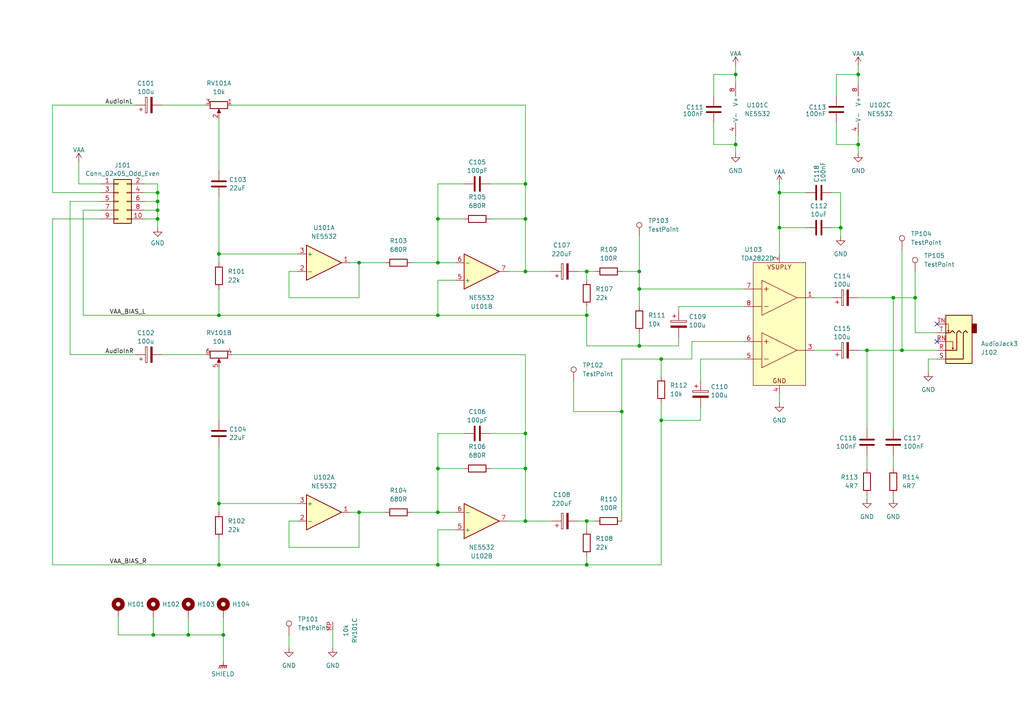
<source format=kicad_sch>
(kicad_sch (version 20250114) (generator "eeschema") (generator_version "9.0")
  (paper "A4")
  (lib_symbols
    (symbol "Amplifier_Operational:NE5532" (pin_names (offset 0.127))
      (property "Reference" "U" (at 0 5.08 0))
      (property "Value" "NE5532" (at 0 -5.08 0))
      (symbol "NE5532_1_1"
        (polyline (pts (xy -5.08 5.08) (xy 5.08 0) (xy -5.08 -5.08) (xy -5.08 5.08)) (stroke (width 0.254)) (fill (type background)))
        (pin input line (at -7.62 2.54 0) (length 2.54) (name "+") (number "3"))
        (pin input line (at -7.62 -2.54 0) (length 2.54) (name "-") (number "2"))
        (pin output line (at 7.62 0 180) (length 2.54) (name "~") (number "1"))
      )
      (symbol "NE5532_2_1"
        (polyline (pts (xy -5.08 5.08) (xy 5.08 0) (xy -5.08 -5.08) (xy -5.08 5.08)) (stroke (width 0.254)) (fill (type background)))
        (pin input line (at -7.62 2.54 0) (length 2.54) (name "+") (number "5"))
        (pin input line (at -7.62 -2.54 0) (length 2.54) (name "-") (number "6"))
        (pin output line (at 7.62 0 180) (length 2.54) (name "~") (number "7"))
      )
      (symbol "NE5532_3_1"
        (pin power_in line (at -2.54 7.62 270) (length 3.81) (name "V+") (number "8"))
        (pin power_in line (at -2.54 -7.62 90) (length 3.81) (name "V-") (number "4"))
      )
    )
    (symbol "Connector:TestPoint" (pin_numbers (hide yes)) (pin_names (offset 0.762) (hide yes))
      (property "Reference" "TP" (at 0 6.858 0))
      (property "Value" "TestPoint" (at 0 5.08 0))
      (symbol "TestPoint_0_1"
        (circle (center 0 3.302) (radius 0.762))
      )
      (symbol "TestPoint_1_1"
        (pin passive line (at 0 0 90) (length 2.54) (name "1") (number "1"))
      )
    )
    (symbol "Connector_Audio:AudioJack3_SwitchTR"
      (property "Reference" "J" (at 0 8.89 0))
      (property "Value" "AudioJack3_SwitchTR" (at 0 6.35 0))
      (symbol "AudioJack3_SwitchTR_0_1"
        (rectangle (start -5.08 -5.08) (end -6.35 -7.62) (stroke (width 0.254)) (fill (type outline)))
        (polyline (pts (xy -1.905 -5.08) (xy -1.27 -5.715) (xy -0.635 -5.08) (xy -0.635 0) (xy 2.54 0)) (stroke (width 0.254)))
        (polyline (pts (xy 0 -5.08) (xy 0.635 -5.715) (xy 1.27 -5.08) (xy 2.54 -5.08)) (stroke (width 0.254)))
        (polyline (pts (xy 0.508 -0.254) (xy 0.762 -0.762)))
        (polyline (pts (xy 1.778 -5.334) (xy 2.032 -5.842)))
        (rectangle (start 2.54 3.81) (end -5.08 -10.16) (stroke (width 0.254)) (fill (type background)))
        (polyline (pts (xy 2.54 2.54) (xy -2.54 2.54) (xy -2.54 -5.08) (xy -3.175 -5.715) (xy -3.81 -5.08)) (stroke (width 0.254)))
        (polyline (pts (xy 2.54 -2.54) (xy 0.508 -2.54) (xy 0.508 -0.254) (xy 0.254 -0.762)))
        (polyline (pts (xy 2.54 -7.62) (xy 1.778 -7.62) (xy 1.778 -5.334) (xy 1.524 -5.842)))
      )
      (symbol "AudioJack3_SwitchTR_1_1"
        (pin passive line (at 5.08 2.54 180) (length 2.54) (name "~") (number "S"))
        (pin passive line (at 5.08 0 180) (length 2.54) (name "~") (number "R"))
        (pin passive line (at 5.08 -2.54 180) (length 2.54) (name "~") (number "RN"))
        (pin passive line (at 5.08 -5.08 180) (length 2.54) (name "~") (number "T"))
        (pin passive line (at 5.08 -7.62 180) (length 2.54) (name "~") (number "TN"))
      )
    )
    (symbol "Connector_Generic:Conn_02x05_Odd_Even" (pin_names (offset 1.016) (hide yes))
      (property "Reference" "J" (at 1.27 7.62 0))
      (property "Value" "Conn_02x05_Odd_Even" (at 1.27 -7.62 0))
      (symbol "Conn_02x05_Odd_Even_1_1"
        (rectangle (start -1.27 6.35) (end 3.81 -6.35) (stroke (width 0.254)) (fill (type background)))
        (rectangle (start -1.27 5.207) (end 0 4.953) (stroke (width 0.1524)))
        (rectangle (start -1.27 2.667) (end 0 2.413) (stroke (width 0.1524)))
        (rectangle (start -1.27 0.127) (end 0 -0.127) (stroke (width 0.1524)))
        (rectangle (start -1.27 -2.413) (end 0 -2.667) (stroke (width 0.1524)))
        (rectangle (start -1.27 -4.953) (end 0 -5.207) (stroke (width 0.1524)))
        (rectangle (start 3.81 5.207) (end 2.54 4.953) (stroke (width 0.1524)))
        (rectangle (start 3.81 2.667) (end 2.54 2.413) (stroke (width 0.1524)))
        (rectangle (start 3.81 0.127) (end 2.54 -0.127) (stroke (width 0.1524)))
        (rectangle (start 3.81 -2.413) (end 2.54 -2.667) (stroke (width 0.1524)))
        (rectangle (start 3.81 -4.953) (end 2.54 -5.207) (stroke (width 0.1524)))
        (pin passive line (at -5.08 5.08 0) (length 3.81) (name "Pin_1") (number "1"))
        (pin passive line (at -5.08 2.54 0) (length 3.81) (name "Pin_3") (number "3"))
        (pin passive line (at -5.08 0 0) (length 3.81) (name "Pin_5") (number "5"))
        (pin passive line (at -5.08 -2.54 0) (length 3.81) (name "Pin_7") (number "7"))
        (pin passive line (at -5.08 -5.08 0) (length 3.81) (name "Pin_9") (number "9"))
        (pin passive line (at 7.62 5.08 180) (length 3.81) (name "Pin_2") (number "2"))
        (pin passive line (at 7.62 2.54 180) (length 3.81) (name "Pin_4") (number "4"))
        (pin passive line (at 7.62 0 180) (length 3.81) (name "Pin_6") (number "6"))
        (pin passive line (at 7.62 -2.54 180) (length 3.81) (name "Pin_8") (number "8"))
        (pin passive line (at 7.62 -5.08 180) (length 3.81) (name "Pin_10") (number "10"))
      )
    )
    (symbol "Device:C" (pin_numbers (hide yes)) (pin_names (offset 0.254))
      (property "Reference" "C" (at 0.635 2.54 0))
      (property "Value" "C" (at 0.635 -2.54 0))
      (symbol "C_0_1"
        (polyline (pts (xy -2.032 0.762) (xy 2.032 0.762)) (stroke (width 0.508)))
        (polyline (pts (xy -2.032 -0.762) (xy 2.032 -0.762)) (stroke (width 0.508)))
      )
      (symbol "C_1_1"
        (pin passive line (at 0 3.81 270) (length 2.794) (name "~") (number "1"))
        (pin passive line (at 0 -3.81 90) (length 2.794) (name "~") (number "2"))
      )
    )
    (symbol "Device:C_Polarized" (pin_numbers (hide yes)) (pin_names (offset 0.254))
      (property "Reference" "C" (at 0.635 2.54 0))
      (property "Value" "C_Polarized" (at 0.635 -2.54 0))
      (symbol "C_Polarized_0_1"
        (rectangle (start -2.286 0.508) (end 2.286 1.016))
        (polyline (pts (xy -1.778 2.286) (xy -0.762 2.286)))
        (polyline (pts (xy -1.27 2.794) (xy -1.27 1.778)))
        (rectangle (start 2.286 -0.508) (end -2.286 -1.016) (fill (type outline)))
      )
      (symbol "C_Polarized_1_1"
        (pin passive line (at 0 3.81 270) (length 2.794) (name "~") (number "1"))
        (pin passive line (at 0 -3.81 90) (length 2.794) (name "~") (number "2"))
      )
    )
    (symbol "Device:R" (pin_numbers (hide yes)) (pin_names (offset 0))
      (property "Reference" "R" (at 2.032 0 90))
      (property "Value" "R" (at 0 0 90))
      (symbol "R_0_1"
        (rectangle (start -1.016 -2.54) (end 1.016 2.54) (stroke (width 0.254)))
      )
      (symbol "R_1_1"
        (pin passive line (at 0 3.81 270) (length 1.27) (name "~") (number "1"))
        (pin passive line (at 0 -3.81 90) (length 1.27) (name "~") (number "2"))
      )
    )
    (symbol "Mechanical:MountingHole_Pad" (pin_numbers (hide yes)) (pin_names (offset 1.016) (hide yes)) (in_bom no)
      (property "Reference" "H" (at 0 6.35 0))
      (property "Value" "MountingHole_Pad" (at 0 4.445 0))
      (symbol "MountingHole_Pad_0_1"
        (circle (center 0 1.27) (radius 1.27) (stroke (width 1.27)))
      )
      (symbol "MountingHole_Pad_1_1"
        (pin input line (at 0 -2.54 90) (length 2.54) (name "1") (number "1"))
      )
    )
    (symbol "R_Potentiometer_Dual_Separate_MP_1" (pin_names (offset 1.016) (hide yes))
      (property "Reference" "RV" (at -4.445 0 90))
      (property "Value" "R_Potentiometer_Dual_Separate_MP" (at -2.54 0 90))
      (symbol "R_Potentiometer_Dual_Separate_MP_1_1_1"
        (rectangle (start -1.016 2.54) (end 1.016 -2.54) (stroke (width 0.254)))
        (polyline (pts (xy 1.143 0) (xy 2.286 0.508) (xy 2.286 -0.508) (xy 1.143 0)) (fill (type outline)))
        (pin passive line (at 0 3.81 270) (length 1.27) (name "1") (number "1"))
        (pin passive line (at 0 -3.81 90) (length 1.27) (name "3") (number "3"))
        (pin input line (at 2.54 3.81 270) (length 2.54) (name "1") (number "1"))
        (pin passive line (at 3.81 0 180) (length 1.27) (name "2") (number "2"))
      )
      (symbol "R_Potentiometer_Dual_Separate_MP_1_2_1"
        (rectangle (start -1.016 2.54) (end 1.016 -2.54) (stroke (width 0.254)))
        (polyline (pts (xy 1.143 0) (xy 2.286 0.508) (xy 2.286 -0.508) (xy 1.143 0)) (fill (type outline)))
        (pin passive line (at 0 3.81 270) (length 1.27) (name "4") (number "4"))
        (pin passive line (at 0 -3.81 90) (length 1.27) (name "6") (number "6"))
        (pin passive line (at 3.81 0 180) (length 1.27) (name "5") (number "5"))
      )
      (symbol "R_Potentiometer_Dual_Separate_MP_1_3_1"
        (pin passive line (at 0 0 270) (length 2.54) (name "MP") (number "MP"))
      )
    )
    (symbol "Skrooter_symbols:R_Potentiometer_Dual_Separate_MP" (pin_names (offset 1.016) (hide yes))
      (property "Reference" "RV" (at -4.445 0 90))
      (property "Value" "R_Potentiometer_Dual_Separate_MP" (at -2.54 0 90))
      (symbol "R_Potentiometer_Dual_Separate_MP_1_1"
        (rectangle (start -1.016 2.54) (end 1.016 -2.54) (stroke (width 0.254)))
        (polyline (pts (xy 1.143 0) (xy 2.286 0.508) (xy 2.286 -0.508) (xy 1.143 0)) (fill (type outline)))
        (pin passive line (at 0 3.81 270) (length 1.27) (name "1") (number "1"))
        (pin passive line (at 0 -3.81 90) (length 1.27) (name "3") (number "3"))
        (pin passive line (at 3.81 0 180) (length 1.27) (name "2") (number "2"))
      )
      (symbol "R_Potentiometer_Dual_Separate_MP_2_1"
        (rectangle (start -1.016 2.54) (end 1.016 -2.54) (stroke (width 0.254)))
        (polyline (pts (xy 1.143 0) (xy 2.286 0.508) (xy 2.286 -0.508) (xy 1.143 0)) (fill (type outline)))
        (pin passive line (at 0 3.81 270) (length 1.27) (name "4") (number "4"))
        (pin passive line (at 0 -3.81 90) (length 1.27) (name "6") (number "6"))
        (pin passive line (at 3.81 0 180) (length 1.27) (name "5") (number "5"))
      )
      (symbol "R_Potentiometer_Dual_Separate_MP_3_1"
        (pin passive line (at 0 0 270) (length 2.54) (name "MP") (number "MP"))
      )
    )
    (symbol "Skrooter_symbols:SHIELD" (power) (pin_names (offset 0))
      (property "Value" "SHIELD" (at 0 -3.302 0))
      (symbol "SHIELD_0_1"
        (polyline (pts (xy -1.016 -1.27) (xy -1.27 -2.032) (xy -1.27 -2.032)) (stroke (width 0.2032)))
        (polyline (pts (xy -0.508 -1.27) (xy -0.762 -2.032) (xy -0.762 -2.032)) (stroke (width 0.2032)))
        (polyline (pts (xy 0 -1.27) (xy 0 0)))
        (polyline (pts (xy 0 -1.27) (xy -0.254 -2.032) (xy -0.254 -2.032)) (stroke (width 0.2032)))
        (polyline (pts (xy 0.508 -1.27) (xy 0.254 -2.032) (xy 0.254 -2.032)) (stroke (width 0.2032)))
        (polyline (pts (xy 1.016 -1.27) (xy -1.016 -1.27) (xy -1.016 -1.27)) (stroke (width 0.2032)))
        (polyline (pts (xy 1.016 -1.27) (xy 0.762 -2.032) (xy 0.762 -2.032) (xy 0.762 -2.032)) (stroke (width 0.2032)))
      )
      (symbol "SHIELD_1_1"
        (pin power_in line (at 0 0 270) (length 0) (hide yes) (name "SHIELD") (number "1"))
      )
    )
    (symbol "Skrooter_symbols:TDA2822D" (pin_names (hide yes))
      (property "Reference" "U" (at 10.16 10.16 0))
      (symbol "TDA2822D_1_1"
        (rectangle (start 0 7.62) (end 15.24 -27.94) (fill (type background)))
        (polyline (pts (xy 2.54 2.54) (xy 2.54 -7.62) (xy 12.7 -2.54) (xy 2.54 2.54)))
        (polyline (pts (xy 2.54 0) (xy 0 0)))
        (polyline (pts (xy 2.54 -5.08) (xy 0 -5.08)))
        (polyline (pts (xy 2.54 -12.7) (xy 2.54 -22.86) (xy 12.7 -17.78) (xy 2.54 -12.7)))
        (polyline (pts (xy 2.54 -15.24) (xy 0 -15.24)))
        (polyline (pts (xy 2.54 -20.32) (xy 0 -20.32)))
        (polyline (pts (xy 3.175 0) (xy 4.445 0)))
        (polyline (pts (xy 3.175 -5.08) (xy 4.445 -5.08)))
        (polyline (pts (xy 3.175 -15.24) (xy 4.445 -15.24)))
        (polyline (pts (xy 3.175 -20.32) (xy 4.445 -20.32)))
        (polyline (pts (xy 3.81 0.635) (xy 3.81 -0.635)))
        (polyline (pts (xy 3.81 -14.605) (xy 3.81 -15.875)))
        (polyline (pts (xy 12.7 -2.54) (xy 15.24 -2.54)))
        (polyline (pts (xy 12.7 -17.78) (xy 15.24 -17.78)))
        (text "VSUPLY" (at 7.62 6.35 0) (effects (font (size 1.27 1.27))))
        (text "GND" (at 7.62 -26.67 0) (effects (font (size 1.27 1.27))))
        (pin input line (at -2.54 0 0) (length 2.54) (name "Input1-") (number "7"))
        (pin input line (at -2.54 -5.08 0) (length 2.54) (name "Input1+") (number "8"))
        (pin input line (at -2.54 -15.24 0) (length 2.54) (name "Input2-") (number "6"))
        (pin input line (at -2.54 -20.32 0) (length 2.54) (name "Input2+") (number "5"))
        (pin power_in line (at 7.62 10.16 270) (length 2.54) (name "VCC") (number "2"))
        (pin power_in line (at 7.62 -30.48 90) (length 2.54) (name "GND") (number "4"))
        (pin output line (at 17.78 -2.54 180) (length 2.54) (name "OUTPUT1") (number "1"))
        (pin output line (at 17.78 -17.78 180) (length 2.54) (name "OUTPUT2") (number "3"))
      )
    )
    (symbol "power:GND" (power) (pin_numbers (hide yes)) (pin_names (offset 0) (hide yes))
      (property "Value" "GND" (at 0 -3.81 0))
      (symbol "GND_0_1"
        (polyline (pts (xy 0 0) (xy 0 -1.27) (xy 1.27 -1.27) (xy 0 -2.54) (xy -1.27 -1.27) (xy 0 -1.27)))
      )
      (symbol "GND_1_1"
        (pin power_in line (at 0 0 270) (length 0) (name "~") (number "1"))
      )
    )
    (symbol "power:VAA" (power) (pin_numbers (hide yes)) (pin_names (offset 0) (hide yes))
      (property "Value" "VAA" (at 0 3.556 0))
      (symbol "VAA_0_1"
        (polyline (pts (xy -0.762 1.27) (xy 0 2.54)))
        (polyline (pts (xy 0 2.54) (xy 0.762 1.27)))
        (polyline (pts (xy 0 0) (xy 0 2.54)))
      )
      (symbol "VAA_1_1"
        (pin power_in line (at 0 0 90) (length 0) (name "~") (number "1"))
      )
    )
  )
  (junction (at 152.4 63.5))
  (junction (at 185.42 78.74))
  (junction (at 44.45 184.15))
  (junction (at 265.43 86.36))
  (junction (at 191.77 121.92))
  (junction (at 191.77 104.14))
  (junction (at 226.06 55.88))
  (junction (at 63.5 73.66))
  (junction (at 127 135.89))
  (junction (at 226.06 66.04))
  (junction (at 152.4 125.73))
  (junction (at 152.4 151.13))
  (junction (at 45.72 63.5))
  (junction (at 45.72 60.96))
  (junction (at 54.61 184.15))
  (junction (at 63.5 163.83))
  (junction (at 248.92 21.59))
  (junction (at 127 148.59))
  (junction (at 127 163.83))
  (junction (at 251.46 101.6))
  (junction (at 213.36 21.59))
  (junction (at 63.5 91.44))
  (junction (at 185.42 100.33))
  (junction (at 248.92 41.91))
  (junction (at 180.34 119.38))
  (junction (at 152.4 135.89))
  (junction (at 63.5 146.05))
  (junction (at 127 63.5))
  (junction (at 104.14 148.59))
  (junction (at 127 76.2))
  (junction (at 104.14 76.2))
  (junction (at 213.36 41.91))
  (junction (at 64.77 184.15))
  (junction (at 261.62 101.6))
  (junction (at 170.18 163.83))
  (junction (at 152.4 78.74))
  (junction (at 243.84 66.04))
  (junction (at 45.72 55.88))
  (junction (at 45.72 58.42))
  (junction (at 170.18 91.44))
  (junction (at 259.08 86.36))
  (junction (at 185.42 83.82))
  (junction (at 152.4 53.34))
  (junction (at 127 91.44))
  (junction (at 170.18 151.13))
  (junction (at 170.18 78.74))
  (no_connect (at 271.78 93.98))
  (no_connect (at 271.78 99.06))
  (wire (pts (xy 104.14 158.75) (xy 104.14 148.59)))
  (wire (pts (xy 180.34 151.13) (xy 180.34 119.38)))
  (wire (pts (xy 54.61 184.15) (xy 64.77 184.15)))
  (wire (pts (xy 243.84 66.04) (xy 243.84 55.88)))
  (wire (pts (xy 207.01 27.94) (xy 207.01 21.59)))
  (wire (pts (xy 191.77 121.92) (xy 203.2 121.92)))
  (wire (pts (xy 127 148.59) (xy 132.08 148.59)))
  (wire (pts (xy 248.92 86.36) (xy 259.08 86.36)))
  (wire (pts (xy 64.77 184.15) (xy 64.77 191.77)))
  (wire (pts (xy 248.92 41.91) (xy 248.92 44.45)))
  (wire (pts (xy 46.99 30.48) (xy 59.69 30.48)))
  (wire (pts (xy 127 53.34) (xy 134.62 53.34)))
  (wire (pts (xy 203.2 104.14) (xy 203.2 110.49)))
  (wire (pts (xy 226.06 55.88) (xy 233.68 55.88)))
  (wire (pts (xy 170.18 81.28) (xy 170.18 78.74)))
  (wire (pts (xy 166.37 119.38) (xy 180.34 119.38)))
  (wire (pts (xy 185.42 78.74) (xy 185.42 83.82)))
  (wire (pts (xy 83.82 151.13) (xy 83.82 158.75)))
  (wire (pts (xy 213.36 21.59) (xy 213.36 24.13)))
  (wire (pts (xy 226.06 66.04) (xy 226.06 73.66)))
  (wire (pts (xy 142.24 135.89) (xy 152.4 135.89)))
  (wire (pts (xy 54.61 179.07) (xy 54.61 184.15)))
  (wire (pts (xy 185.42 96.52) (xy 185.42 100.33)))
  (wire (pts (xy 86.36 151.13) (xy 83.82 151.13)))
  (wire (pts (xy 242.57 21.59) (xy 248.92 21.59)))
  (wire (pts (xy 104.14 148.59) (xy 111.76 148.59)))
  (wire (pts (xy 213.36 19.05) (xy 213.36 21.59)))
  (wire (pts (xy 259.08 132.08) (xy 259.08 135.89)))
  (wire (pts (xy 170.18 151.13) (xy 172.72 151.13)))
  (wire (pts (xy 180.34 104.14) (xy 191.77 104.14)))
  (wire (pts (xy 46.99 102.87) (xy 59.69 102.87)))
  (wire (pts (xy 104.14 76.2) (xy 101.6 76.2)))
  (wire (pts (xy 44.45 184.15) (xy 54.61 184.15)))
  (wire (pts (xy 41.91 55.88) (xy 45.72 55.88)))
  (wire (pts (xy 41.91 58.42) (xy 45.72 58.42)))
  (wire (pts (xy 67.31 102.87) (xy 152.4 102.87)))
  (wire (pts (xy 15.24 163.83) (xy 63.5 163.83)))
  (wire (pts (xy 63.5 34.29) (xy 63.5 49.53)))
  (wire (pts (xy 170.18 78.74) (xy 172.72 78.74)))
  (wire (pts (xy 20.32 102.87) (xy 39.37 102.87)))
  (wire (pts (xy 170.18 91.44) (xy 170.18 88.9)))
  (wire (pts (xy 152.4 63.5) (xy 152.4 78.74)))
  (wire (pts (xy 83.82 158.75) (xy 104.14 158.75)))
  (wire (pts (xy 185.42 100.33) (xy 196.85 100.33)))
  (wire (pts (xy 119.38 76.2) (xy 127 76.2)))
  (wire (pts (xy 166.37 110.49) (xy 166.37 119.38)))
  (wire (pts (xy 29.21 53.34) (xy 22.86 53.34)))
  (wire (pts (xy 63.5 129.54) (xy 63.5 146.05)))
  (wire (pts (xy 63.5 57.15) (xy 63.5 73.66)))
  (wire (pts (xy 29.21 60.96) (xy 24.13 60.96)))
  (wire (pts (xy 269.24 104.14) (xy 269.24 107.95)))
  (wire (pts (xy 170.18 151.13) (xy 167.64 151.13)))
  (wire (pts (xy 200.66 99.06) (xy 200.66 104.14)))
  (wire (pts (xy 226.06 55.88) (xy 226.06 66.04)))
  (wire (pts (xy 265.43 78.74) (xy 265.43 86.36)))
  (wire (pts (xy 15.24 63.5) (xy 15.24 163.83)))
  (wire (pts (xy 127 125.73) (xy 134.62 125.73)))
  (wire (pts (xy 226.06 66.04) (xy 233.68 66.04)))
  (wire (pts (xy 45.72 63.5) (xy 45.72 66.04)))
  (wire (pts (xy 215.9 99.06) (xy 200.66 99.06)))
  (wire (pts (xy 63.5 73.66) (xy 86.36 73.66)))
  (wire (pts (xy 64.77 179.07) (xy 64.77 184.15)))
  (wire (pts (xy 191.77 116.84) (xy 191.77 121.92)))
  (wire (pts (xy 63.5 163.83) (xy 127 163.83)))
  (wire (pts (xy 248.92 21.59) (xy 248.92 24.13)))
  (wire (pts (xy 41.91 53.34) (xy 45.72 53.34)))
  (wire (pts (xy 243.84 68.58) (xy 243.84 66.04)))
  (wire (pts (xy 63.5 106.68) (xy 63.5 121.92)))
  (wire (pts (xy 271.78 104.14) (xy 269.24 104.14)))
  (wire (pts (xy 34.29 184.15) (xy 44.45 184.15)))
  (wire (pts (xy 265.43 96.52) (xy 271.78 96.52)))
  (wire (pts (xy 44.45 179.07) (xy 44.45 184.15)))
  (wire (pts (xy 226.06 114.3) (xy 226.06 116.84)))
  (wire (pts (xy 29.21 58.42) (xy 20.32 58.42)))
  (wire (pts (xy 45.72 58.42) (xy 45.72 60.96)))
  (wire (pts (xy 152.4 135.89) (xy 152.4 151.13)))
  (wire (pts (xy 207.01 21.59) (xy 213.36 21.59)))
  (wire (pts (xy 152.4 102.87) (xy 152.4 125.73)))
  (wire (pts (xy 243.84 55.88) (xy 241.3 55.88)))
  (wire (pts (xy 34.29 179.07) (xy 34.29 184.15)))
  (wire (pts (xy 196.85 90.17) (xy 196.85 88.9)))
  (wire (pts (xy 86.36 78.74) (xy 83.82 78.74)))
  (wire (pts (xy 104.14 86.36) (xy 104.14 76.2)))
  (wire (pts (xy 226.06 53.34) (xy 226.06 55.88)))
  (wire (pts (xy 261.62 101.6) (xy 271.78 101.6)))
  (wire (pts (xy 248.92 39.37) (xy 248.92 41.91)))
  (wire (pts (xy 15.24 30.48) (xy 39.37 30.48)))
  (wire (pts (xy 63.5 91.44) (xy 127 91.44)))
  (wire (pts (xy 259.08 86.36) (xy 259.08 124.46)))
  (wire (pts (xy 185.42 68.58) (xy 185.42 78.74)))
  (wire (pts (xy 127 91.44) (xy 170.18 91.44)))
  (wire (pts (xy 127 163.83) (xy 170.18 163.83)))
  (wire (pts (xy 119.38 148.59) (xy 127 148.59)))
  (wire (pts (xy 142.24 63.5) (xy 152.4 63.5)))
  (wire (pts (xy 152.4 78.74) (xy 160.02 78.74)))
  (wire (pts (xy 152.4 151.13) (xy 147.32 151.13)))
  (wire (pts (xy 251.46 132.08) (xy 251.46 135.89)))
  (wire (pts (xy 248.92 41.91) (xy 242.57 41.91)))
  (wire (pts (xy 248.92 19.05) (xy 248.92 21.59)))
  (wire (pts (xy 152.4 151.13) (xy 160.02 151.13)))
  (wire (pts (xy 67.31 30.48) (xy 152.4 30.48)))
  (wire (pts (xy 152.4 78.74) (xy 147.32 78.74)))
  (wire (pts (xy 170.18 100.33) (xy 170.18 91.44)))
  (wire (pts (xy 132.08 153.67) (xy 127 153.67)))
  (wire (pts (xy 127 76.2) (xy 132.08 76.2)))
  (wire (pts (xy 152.4 30.48) (xy 152.4 53.34)))
  (wire (pts (xy 127 63.5) (xy 127 76.2)))
  (wire (pts (xy 20.32 58.42) (xy 20.32 102.87)))
  (wire (pts (xy 251.46 143.51) (xy 251.46 144.78)))
  (wire (pts (xy 191.77 163.83) (xy 170.18 163.83)))
  (wire (pts (xy 261.62 101.6) (xy 251.46 101.6)))
  (wire (pts (xy 265.43 86.36) (xy 265.43 96.52)))
  (wire (pts (xy 127 81.28) (xy 127 91.44)))
  (wire (pts (xy 196.85 100.33) (xy 196.85 97.79)))
  (wire (pts (xy 236.22 86.36) (xy 241.3 86.36)))
  (wire (pts (xy 180.34 78.74) (xy 185.42 78.74)))
  (wire (pts (xy 242.57 35.56) (xy 242.57 41.91)))
  (wire (pts (xy 170.18 78.74) (xy 167.64 78.74)))
  (wire (pts (xy 152.4 63.5) (xy 152.4 53.34)))
  (wire (pts (xy 242.57 27.94) (xy 242.57 21.59)))
  (wire (pts (xy 45.72 60.96) (xy 45.72 63.5)))
  (wire (pts (xy 83.82 184.15) (xy 83.82 187.96)))
  (wire (pts (xy 170.18 163.83) (xy 170.18 161.29)))
  (wire (pts (xy 41.91 63.5) (xy 45.72 63.5)))
  (wire (pts (xy 213.36 41.91) (xy 207.01 41.91)))
  (wire (pts (xy 213.36 39.37) (xy 213.36 41.91)))
  (wire (pts (xy 41.91 60.96) (xy 45.72 60.96)))
  (wire (pts (xy 152.4 125.73) (xy 142.24 125.73)))
  (wire (pts (xy 83.82 86.36) (xy 104.14 86.36)))
  (wire (pts (xy 196.85 88.9) (xy 215.9 88.9)))
  (wire (pts (xy 170.18 153.67) (xy 170.18 151.13)))
  (wire (pts (xy 63.5 146.05) (xy 86.36 146.05)))
  (wire (pts (xy 191.77 109.22) (xy 191.77 104.14)))
  (wire (pts (xy 213.36 41.91) (xy 213.36 44.45)))
  (wire (pts (xy 63.5 146.05) (xy 63.5 148.59)))
  (wire (pts (xy 152.4 135.89) (xy 152.4 125.73)))
  (wire (pts (xy 15.24 55.88) (xy 15.24 30.48)))
  (wire (pts (xy 134.62 63.5) (xy 127 63.5)))
  (wire (pts (xy 22.86 46.99) (xy 22.86 53.34)))
  (wire (pts (xy 185.42 83.82) (xy 185.42 88.9)))
  (wire (pts (xy 83.82 78.74) (xy 83.82 86.36)))
  (wire (pts (xy 259.08 143.51) (xy 259.08 144.78)))
  (wire (pts (xy 248.92 101.6) (xy 251.46 101.6)))
  (wire (pts (xy 45.72 55.88) (xy 45.72 58.42)))
  (wire (pts (xy 127 135.89) (xy 127 148.59)))
  (wire (pts (xy 127 63.5) (xy 127 53.34)))
  (wire (pts (xy 29.21 55.88) (xy 15.24 55.88)))
  (wire (pts (xy 104.14 148.59) (xy 101.6 148.59)))
  (wire (pts (xy 134.62 135.89) (xy 127 135.89)))
  (wire (pts (xy 152.4 53.34) (xy 142.24 53.34)))
  (wire (pts (xy 24.13 91.44) (xy 63.5 91.44)))
  (wire (pts (xy 24.13 60.96) (xy 24.13 91.44)))
  (wire (pts (xy 191.77 121.92) (xy 191.77 163.83)))
  (wire (pts (xy 132.08 81.28) (xy 127 81.28)))
  (wire (pts (xy 215.9 104.14) (xy 203.2 104.14)))
  (wire (pts (xy 127 135.89) (xy 127 125.73)))
  (wire (pts (xy 200.66 104.14) (xy 191.77 104.14)))
  (wire (pts (xy 63.5 83.82) (xy 63.5 91.44)))
  (wire (pts (xy 15.24 63.5) (xy 29.21 63.5)))
  (wire (pts (xy 104.14 76.2) (xy 111.76 76.2)))
  (wire (pts (xy 261.62 72.39) (xy 261.62 101.6)))
  (wire (pts (xy 45.72 53.34) (xy 45.72 55.88)))
  (wire (pts (xy 63.5 73.66) (xy 63.5 76.2)))
  (wire (pts (xy 96.52 182.88) (xy 96.52 187.96)))
  (wire (pts (xy 180.34 119.38) (xy 180.34 104.14)))
  (wire (pts (xy 127 153.67) (xy 127 163.83)))
  (wire (pts (xy 207.01 41.91) (xy 207.01 35.56)))
  (wire (pts (xy 236.22 101.6) (xy 241.3 101.6)))
  (wire (pts (xy 259.08 86.36) (xy 265.43 86.36)))
  (wire (pts (xy 203.2 121.92) (xy 203.2 118.11)))
  (wire (pts (xy 243.84 66.04) (xy 241.3 66.04)))
  (wire (pts (xy 185.42 100.33) (xy 170.18 100.33)))
  (wire (pts (xy 63.5 156.21) (xy 63.5 163.83)))
  (wire (pts (xy 251.46 101.6) (xy 251.46 124.46)))
  (wire (pts (xy 185.42 83.82) (xy 215.9 83.82)))
  (label "VAA_BIAS_L" (at 31.75 91.44 0))
  (label "VAA_BIAS_R" (at 31.75 163.83 0))
  (label "AudioInL" (at 30.48 30.48 0))
  (label "AudioInR" (at 30.48 102.87 0))
  (symbol (lib_name "R_Potentiometer_Dual_Separate_MP_1") (lib_id "Skrooter_symbols:R_Potentiometer_Dual_Separate_MP") (at 63.5 102.87 270) (unit 2)
    (property "Reference" "RV101" (at 63.5 96.52 90))
    (property "Value" "10k" (at 63.5 99.06 90))
    (property "Footprint" "Skrooter_footprints:Potentiometer_Bourns_PTV112-1417-AA103" (effects (hide yes)))
    (property "Description" "Dual potentiometer, separate units" (effects (hide yes)))
    (property "MFR#" "PTV112-1420A-B103" (effects (hide yes)))
  )
  (symbol (lib_id "Connector_Audio:AudioJack3_SwitchTR") (at 276.86 101.6 180) (unit 1) (exclude_from_sim yes) (in_bom no)
    (property "Reference" "J102" (at 284.48 102.235 0) (effects (justify right)))
    (property "Value" "AudioJack3" (at 284.48 99.695 0) (effects (justify right)))
    (property "Footprint" "Connector_Audio:Jack_3.5mm_CUI_SJ1-3525N_Horizontal" (effects (hide yes)))
    (property "Description" "Audio Jack, 3 Poles (Stereo / TRS), Switched TR Poles (Normalling)" (effects (hide yes)))
    (property "LCSC" "C668604" (effects (hide yes)))
  )
  (symbol (lib_id "Device:C_Polarized") (at 203.2 114.3 0) (unit 1) (in_bom no)
    (property "Reference" "C110" (at 206.121 112.1988 0) (effects (justify left)))
    (property "Value" "100u" (at 206.121 114.6231 0) (effects (justify left)))
    (property "Footprint" "Capacitor_SMD:CP_Elec_6.3x7.7" (effects (hide yes)))
    (property "Description" "Polarized capacitor" (effects (hide yes)))
    (property "LCSC" "C251007" (effects (hide yes)))
  )
  (symbol (lib_id "power:GND") (at 251.46 144.78 0) (mirror y) (unit 1)
    (property "Reference" "#PWR0112" (effects (hide yes)))
    (property "Value" "GND" (at 251.46 149.86 0))
    (property "Description" "Power symbol creates a global label with name \"GND\" , ground" (effects (hide yes)))
  )
  (symbol (lib_id "Connector_Generic:Conn_02x05_Odd_Even") (at 34.29 58.42 0) (unit 1)
    (property "Reference" "J101" (at 35.56 47.9255 0))
    (property "Value" "Conn_02x05_Odd_Even" (at 35.56 50.3498 0))
    (property "Footprint" "Connector_PinHeader_2.54mm:PinHeader_2x05_P2.54mm_Horizontal" (effects (hide yes)))
    (property "Description" "Generic connector, double row, 02x05, odd/even pin numbering scheme (row 1 odd numbers, row 2 even numbers), script generated (kicad-library-utils/schlib/autogen/connector/)" (effects (hide yes)))
  )
  (symbol (lib_id "Device:R") (at 63.5 80.01 0) (unit 1) (in_bom no)
    (property "Reference" "R101" (at 66.04 78.74 0) (effects (justify left)))
    (property "Value" "22k" (at 66.04 81.28 0) (effects (justify left)))
    (property "Footprint" "Resistor_SMD:R_0603_1608Metric" (effects (hide yes)))
    (property "Description" "Resistor" (effects (hide yes)))
    (property "LCSC" "C335085" (effects (hide yes)))
  )
  (symbol (lib_id "Amplifier_Operational:NE5532") (at 93.98 76.2 0) (unit 1) (in_bom no)
    (property "Reference" "U101" (at 93.98 66.04 0))
    (property "Value" "NE5532" (at 93.98 68.58 0))
    (property "Footprint" "Package_SO:SOIC-8_3.9x4.9mm_P1.27mm" (effects (hide yes)))
    (property "Datasheet" "http://www.ti.com/lit/ds/symlink/ne5532.pdf" (effects (hide yes)))
    (property "Description" "Dual Low-Noise Operational Amplifiers, DIP-8/SOIC-8" (effects (hide yes)))
    (property "LCSC" "C7426" (effects (hide yes)))
    (property "Sim.Device" "SUBCKT" (effects (hide yes)))
    (property "Sim.Library" "${KICAD7_SYMBOL_DIR}/Simulation_SPICE.sp" (effects (hide yes)))
    (property "Sim.Name" "kicad_builtin_opamp_dual" (effects (hide yes)))
    (property "Sim.Pins" "1=out1 2=in1- 3=in1+ 4=vee 5=in2+ 6=in2- 7=out2 8=vcc" (effects (hide yes)))
  )
  (symbol (lib_id "Device:C_Polarized") (at 163.83 78.74 90) (unit 1) (in_bom no)
    (property "Reference" "C107" (at 162.941 71.12 90))
    (property "Value" "220uF" (at 162.941 73.66 90))
    (property "Footprint" "Capacitor_SMD:CP_Elec_4x5.8" (effects (hide yes)))
    (property "Description" "Polarized capacitor" (effects (hide yes)))
    (property "LCSC" "C729680" (effects (hide yes)))
  )
  (symbol (lib_id "Device:C_Polarized") (at 196.85 93.98 0) (unit 1) (in_bom no)
    (property "Reference" "C109" (at 199.771 91.8788 0) (effects (justify left)))
    (property "Value" "100u" (at 199.771 94.3031 0) (effects (justify left)))
    (property "Footprint" "Capacitor_SMD:CP_Elec_6.3x7.7" (effects (hide yes)))
    (property "Description" "Polarized capacitor" (effects (hide yes)))
    (property "LCSC" "C251007" (effects (hide yes)))
  )
  (symbol (lib_id "Device:C") (at 237.49 66.04 90) (unit 1) (in_bom no)
    (property "Reference" "C112" (at 237.49 59.7365 90))
    (property "Value" "10uF" (at 237.49 62.1608 90))
    (property "Footprint" "Capacitor_SMD:CP_Elec_4x5.8" (effects (hide yes)))
    (property "Description" "Unpolarized capacitor" (effects (hide yes)))
    (property "LCSC" "C2163094" (effects (hide yes)))
  )
  (symbol (lib_id "Mechanical:MountingHole_Pad") (at 44.45 176.53 0) (unit 1) (in_bom no)
    (property "Reference" "H102" (at 46.99 175.26 0) (effects (justify left)))
    (property "Value" "MountingHole_Pad" (effects (hide yes)))
    (property "Footprint" "MountingHole:MountingHole_3.2mm_M3_Pad_Via" (effects (hide yes)))
    (property "Description" "Mounting Hole with connection" (effects (hide yes)))
  )
  (symbol (lib_id "Device:R") (at 115.57 148.59 90) (unit 1) (in_bom no)
    (property "Reference" "R104" (at 115.57 142.24 90))
    (property "Value" "680R" (at 115.57 144.78 90))
    (property "Footprint" "Resistor_SMD:R_0603_1608Metric" (effects (hide yes)))
    (property "Description" "Resistor" (effects (hide yes)))
    (property "LCSC" "C218116" (effects (hide yes)))
  )
  (symbol (lib_id "power:GND") (at 213.36 44.45 0) (unit 1)
    (property "Reference" "#PWR0106" (effects (hide yes)))
    (property "Value" "GND" (at 213.36 49.53 0))
    (property "Description" "Power symbol creates a global label with name \"GND\" , ground" (effects (hide yes)))
  )
  (symbol (lib_id "Skrooter_symbols:R_Potentiometer_Dual_Separate_MP") (at 63.5 30.48 270) (unit 1)
    (property "Reference" "RV101" (at 63.5 24.13 90))
    (property "Value" "10k" (at 63.5 26.67 90))
    (property "Footprint" "Skrooter_footprints:Potentiometer_Bourns_PTV112-1417-AA103" (effects (hide yes)))
    (property "Description" "Dual potentiometer, separate units" (effects (hide yes)))
    (property "MFR#" "PTV112-1420A-B103" (effects (hide yes)))
  )
  (symbol (lib_id "power:GND") (at 83.82 187.96 0) (unit 1)
    (property "Reference" "#PWR0104" (effects (hide yes)))
    (property "Value" "GND" (at 83.82 193.04 0))
    (property "Description" "Power symbol creates a global label with name \"GND\" , ground" (effects (hide yes)))
  )
  (symbol (lib_id "Device:R") (at 138.43 63.5 90) (unit 1) (in_bom no)
    (property "Reference" "R105" (at 138.43 57.15 90))
    (property "Value" "680R" (at 138.43 59.69 90))
    (property "Footprint" "Resistor_SMD:R_0603_1608Metric" (effects (hide yes)))
    (property "Description" "Resistor" (effects (hide yes)))
    (property "LCSC" "C218116" (effects (hide yes)))
  )
  (symbol (lib_id "power:GND") (at 243.84 68.58 0) (unit 1)
    (property "Reference" "#PWR0109" (effects (hide yes)))
    (property "Value" "GND" (at 243.84 73.66 0))
    (property "Description" "Power symbol creates a global label with name \"GND\" , ground" (effects (hide yes)))
  )
  (symbol (lib_id "Connector:TestPoint") (at 265.43 78.74 0) (unit 1) (exclude_from_sim yes) (in_bom no)
    (property "Reference" "TP105" (at 267.97 74.168 0) (effects (justify left)))
    (property "Value" "TestPoint" (at 267.97 76.708 0) (effects (justify left)))
    (property "Footprint" "TestPoint:TestPoint_Keystone_5005-5009_Compact" (effects (hide yes)))
    (property "Description" "test point" (effects (hide yes)))
  )
  (symbol (lib_id "Amplifier_Operational:NE5532") (at 139.7 151.13 0) (mirror x) (unit 2) (in_bom no)
    (property "Reference" "U102" (at 139.7 161.29 0))
    (property "Value" "NE5532" (at 139.7 158.75 0))
    (property "Footprint" "Package_SO:SOIC-8_3.9x4.9mm_P1.27mm" (effects (hide yes)))
    (property "Datasheet" "http://www.ti.com/lit/ds/symlink/ne5532.pdf" (effects (hide yes)))
    (property "Description" "Dual Low-Noise Operational Amplifiers, DIP-8/SOIC-8" (effects (hide yes)))
    (property "LCSC" "C7426" (effects (hide yes)))
    (property "Sim.Device" "SUBCKT" (effects (hide yes)))
    (property "Sim.Library" "${KICAD7_SYMBOL_DIR}/Simulation_SPICE.sp" (effects (hide yes)))
    (property "Sim.Name" "kicad_builtin_opamp_dual" (effects (hide yes)))
    (property "Sim.Pins" "1=out1 2=in1- 3=in1+ 4=vee 5=in2+ 6=in2- 7=out2 8=vcc" (effects (hide yes)))
  )
  (symbol (lib_id "Skrooter_symbols:R_Potentiometer_Dual_Separate_MP") (at 96.52 182.88 180) (unit 3)
    (property "Reference" "RV101" (at 102.87 182.88 90))
    (property "Value" "10k" (at 100.33 182.88 90))
    (property "Footprint" "Skrooter_footprints:Potentiometer_Bourns_PTV112-1417-AA103" (effects (hide yes)))
    (property "Description" "Dual potentiometer, separate units" (effects (hide yes)))
    (property "MFR#" "PTV112-1420A-B103" (effects (hide yes)))
  )
  (symbol (lib_id "power:GND") (at 259.08 144.78 0) (unit 1)
    (property "Reference" "#PWR0113" (effects (hide yes)))
    (property "Value" "GND" (at 259.08 149.86 0))
    (property "Description" "Power symbol creates a global label with name \"GND\" , ground" (effects (hide yes)))
  )
  (symbol (lib_id "Device:R") (at 170.18 85.09 0) (unit 1) (in_bom no)
    (property "Reference" "R107" (at 172.72 83.82 0) (effects (justify left)))
    (property "Value" "22k" (at 172.72 86.36 0) (effects (justify left)))
    (property "Footprint" "Resistor_SMD:R_0603_1608Metric" (effects (hide yes)))
    (property "Description" "Resistor" (effects (hide yes)))
    (property "LCSC" "C335085" (effects (hide yes)))
  )
  (symbol (lib_id "Connector:TestPoint") (at 261.62 72.39 0) (unit 1) (exclude_from_sim yes) (in_bom no)
    (property "Reference" "TP104" (at 264.16 67.818 0) (effects (justify left)))
    (property "Value" "TestPoint" (at 264.16 70.358 0) (effects (justify left)))
    (property "Footprint" "TestPoint:TestPoint_Keystone_5005-5009_Compact" (effects (hide yes)))
    (property "Description" "test point" (effects (hide yes)))
  )
  (symbol (lib_id "Device:R") (at 170.18 157.48 0) (unit 1) (in_bom no)
    (property "Reference" "R108" (at 172.72 156.21 0) (effects (justify left)))
    (property "Value" "22k" (at 172.72 158.75 0) (effects (justify left)))
    (property "Footprint" "Resistor_SMD:R_0603_1608Metric" (effects (hide yes)))
    (property "Description" "Resistor" (effects (hide yes)))
    (property "LCSC" "C335085" (effects (hide yes)))
  )
  (symbol (lib_id "Device:R") (at 176.53 151.13 90) (unit 1) (in_bom no)
    (property "Reference" "R110" (at 176.53 144.78 90))
    (property "Value" "100R" (at 176.53 147.32 90))
    (property "Footprint" "Resistor_SMD:R_0603_1608Metric" (effects (hide yes)))
    (property "Description" "Resistor" (effects (hide yes)))
    (property "LCSC" "C122970" (effects (hide yes)))
  )
  (symbol (lib_id "Device:R") (at 191.77 113.03 0) (unit 1) (in_bom no)
    (property "Reference" "R112" (at 194.31 111.76 0) (effects (justify left)))
    (property "Value" "10k" (at 194.31 114.3 0) (effects (justify left)))
    (property "Footprint" "Resistor_SMD:R_0603_1608Metric" (effects (hide yes)))
    (property "Description" "Resistor" (effects (hide yes)))
    (property "LCSC" "C95204" (effects (hide yes)))
  )
  (symbol (lib_id "Mechanical:MountingHole_Pad") (at 64.77 176.53 0) (unit 1) (in_bom no)
    (property "Reference" "H104" (at 67.31 175.26 0) (effects (justify left)))
    (property "Value" "MountingHole_Pad" (effects (hide yes)))
    (property "Footprint" "MountingHole:MountingHole_3.2mm_M3_Pad_Via" (effects (hide yes)))
    (property "Description" "Mounting Hole with connection" (effects (hide yes)))
  )
  (symbol (lib_id "power:VAA") (at 248.92 19.05 0) (unit 1)
    (property "Reference" "#PWR0110" (effects (hide yes)))
    (property "Value" "VAA" (at 248.92 15.5481 0))
    (property "Description" "Power symbol creates a global label with name \"VAA\"" (effects (hide yes)))
  )
  (symbol (lib_id "Device:R") (at 176.53 78.74 90) (unit 1) (in_bom no)
    (property "Reference" "R109" (at 176.53 72.39 90))
    (property "Value" "100R" (at 176.53 74.93 90))
    (property "Footprint" "Resistor_SMD:R_0603_1608Metric" (effects (hide yes)))
    (property "Description" "Resistor" (effects (hide yes)))
    (property "LCSC" "C122970" (effects (hide yes)))
  )
  (symbol (lib_id "Device:R") (at 63.5 152.4 0) (unit 1) (in_bom no)
    (property "Reference" "R102" (at 66.04 151.13 0) (effects (justify left)))
    (property "Value" "22k" (at 66.04 153.67 0) (effects (justify left)))
    (property "Footprint" "Resistor_SMD:R_0603_1608Metric" (effects (hide yes)))
    (property "Description" "Resistor" (effects (hide yes)))
    (property "LCSC" "C335085" (effects (hide yes)))
  )
  (symbol (lib_id "Amplifier_Operational:NE5532") (at 139.7 78.74 0) (mirror x) (unit 2) (in_bom no)
    (property "Reference" "U101" (at 139.7 88.9 0))
    (property "Value" "NE5532" (at 139.7 86.36 0))
    (property "Footprint" "Package_SO:SOIC-8_3.9x4.9mm_P1.27mm" (effects (hide yes)))
    (property "Datasheet" "http://www.ti.com/lit/ds/symlink/ne5532.pdf" (effects (hide yes)))
    (property "Description" "Dual Low-Noise Operational Amplifiers, DIP-8/SOIC-8" (effects (hide yes)))
    (property "LCSC" "C7426" (effects (hide yes)))
    (property "Sim.Device" "SUBCKT" (effects (hide yes)))
    (property "Sim.Library" "${KICAD7_SYMBOL_DIR}/Simulation_SPICE.sp" (effects (hide yes)))
    (property "Sim.Name" "kicad_builtin_opamp_dual" (effects (hide yes)))
    (property "Sim.Pins" "1=out1 2=in1- 3=in1+ 4=vee 5=in2+ 6=in2- 7=out2 8=vcc" (effects (hide yes)))
  )
  (symbol (lib_id "Skrooter_symbols:SHIELD") (at 64.77 191.77 0) (unit 1)
    (property "Reference" "#PWR0103" (effects (hide yes)))
    (property "Value" "SHIELD" (at 64.643 195.4967 0))
    (property "Description" "Power symbol creates a global label with name \"GNDPWR\" , power ground" (effects (hide yes)))
  )
  (symbol (lib_id "Device:R") (at 251.46 139.7 0) (mirror y) (unit 1) (in_bom no)
    (property "Reference" "R113" (at 248.92 138.43 0) (effects (justify left)))
    (property "Value" "4R7" (at 248.92 140.97 0) (effects (justify left)))
    (property "Footprint" "Resistor_SMD:R_MELF_MMB-0207" (effects (hide yes)))
    (property "Description" "Resistor" (effects (hide yes)))
    (property "LCSC" "C2683106" (effects (hide yes)))
  )
  (symbol (lib_id "Device:C") (at 138.43 53.34 90) (unit 1) (in_bom no)
    (property "Reference" "C105" (at 138.43 47.0365 90))
    (property "Value" "100pF" (at 138.43 49.4608 90))
    (property "Footprint" "Capacitor_SMD:C_0805_2012Metric_Pad1.18x1.45mm_HandSolder" (effects (hide yes)))
    (property "Description" "Unpolarized capacitor" (effects (hide yes)))
    (property "LCSC" "C1790" (effects (hide yes)))
  )
  (symbol (lib_id "Connector:TestPoint") (at 185.42 68.58 0) (unit 1) (exclude_from_sim yes) (in_bom no)
    (property "Reference" "TP103" (at 187.96 64.008 0) (effects (justify left)))
    (property "Value" "TestPoint" (at 187.96 66.548 0) (effects (justify left)))
    (property "Footprint" "TestPoint:TestPoint_Keystone_5005-5009_Compact" (effects (hide yes)))
    (property "Description" "test point" (effects (hide yes)))
  )
  (symbol (lib_id "Mechanical:MountingHole_Pad") (at 54.61 176.53 0) (unit 1) (in_bom no)
    (property "Reference" "H103" (at 57.15 175.26 0) (effects (justify left)))
    (property "Value" "MountingHole_Pad" (effects (hide yes)))
    (property "Footprint" "MountingHole:MountingHole_3.2mm_M3_Pad_Via" (effects (hide yes)))
    (property "Description" "Mounting Hole with connection" (effects (hide yes)))
  )
  (symbol (lib_id "Device:C") (at 63.5 125.73 0) (unit 1) (in_bom no)
    (property "Reference" "C104" (at 66.421 124.5178 0) (effects (justify left)))
    (property "Value" "22uF" (at 66.421 126.9421 0) (effects (justify left)))
    (property "Footprint" "Skrooter_footprints:c_elec_SMD_12.5x13.5" (effects (hide yes)))
    (property "Description" "Unpolarized capacitor" (effects (hide yes)))
    (property "LCSC" "C3829328" (effects (hide yes)))
  )
  (symbol (lib_id "power:GND") (at 45.72 66.04 0) (unit 1)
    (property "Reference" "#PWR0102" (effects (hide yes)))
    (property "Value" "GND" (at 45.72 70.4834 0))
    (property "Description" "Power symbol creates a global label with name \"GND\" , ground" (effects (hide yes)))
  )
  (symbol (lib_id "power:VAA") (at 213.36 19.05 0) (unit 1)
    (property "Reference" "#PWR0105" (effects (hide yes)))
    (property "Value" "VAA" (at 213.36 15.5481 0))
    (property "Description" "Power symbol creates a global label with name \"VAA\"" (effects (hide yes)))
  )
  (symbol (lib_id "Device:C") (at 237.49 55.88 90) (unit 1) (in_bom no)
    (property "Reference" "C118" (at 236.8463 52.959 0) (effects (justify left)))
    (property "Value" "100nF" (at 238.7673 52.959 0) (effects (justify left)))
    (property "Footprint" "Capacitor_SMD:C_0603_1608Metric" (effects (hide yes)))
    (property "Description" "Unpolarized capacitor" (effects (hide yes)))
    (property "LCSC" "C14663" (effects (hide yes)))
  )
  (symbol (lib_id "Amplifier_Operational:NE5532") (at 251.46 31.75 0) (unit 3) (in_bom no)
    (property "Reference" "U102" (at 255.27 30.48 0))
    (property "Value" "NE5532" (at 255.27 33.02 0))
    (property "Footprint" "Package_SO:SOIC-8_3.9x4.9mm_P1.27mm" (effects (hide yes)))
    (property "Datasheet" "http://www.ti.com/lit/ds/symlink/ne5532.pdf" (effects (hide yes)))
    (property "Description" "Dual Low-Noise Operational Amplifiers, DIP-8/SOIC-8" (effects (hide yes)))
    (property "LCSC" "C7426" (effects (hide yes)))
    (property "Sim.Device" "SUBCKT" (effects (hide yes)))
    (property "Sim.Library" "${KICAD7_SYMBOL_DIR}/Simulation_SPICE.sp" (effects (hide yes)))
    (property "Sim.Name" "kicad_builtin_opamp_dual" (effects (hide yes)))
    (property "Sim.Pins" "1=out1 2=in1- 3=in1+ 4=vee 5=in2+ 6=in2- 7=out2 8=vcc" (effects (hide yes)))
  )
  (symbol (lib_id "Device:C") (at 138.43 125.73 90) (unit 1) (in_bom no)
    (property "Reference" "C106" (at 138.43 119.4265 90))
    (property "Value" "100pF" (at 138.43 121.8508 90))
    (property "Footprint" "Capacitor_SMD:C_0805_2012Metric_Pad1.18x1.45mm_HandSolder" (effects (hide yes)))
    (property "Description" "Unpolarized capacitor" (effects (hide yes)))
    (property "LCSC" "C1790" (effects (hide yes)))
  )
  (symbol (lib_id "power:GND") (at 269.24 107.95 0) (unit 1)
    (property "Reference" "#PWR0114" (effects (hide yes)))
    (property "Value" "GND" (at 269.24 113.03 0))
    (property "Description" "Power symbol creates a global label with name \"GND\" , ground" (effects (hide yes)))
  )
  (symbol (lib_id "Device:C_Polarized") (at 245.11 101.6 90) (unit 1) (in_bom no)
    (property "Reference" "C115" (at 244.221 95.2965 90))
    (property "Value" "100u" (at 244.221 97.7208 90))
    (property "Footprint" "Capacitor_SMD:CP_Elec_6.3x7.7" (effects (hide yes)))
    (property "Description" "Polarized capacitor" (effects (hide yes)))
    (property "LCSC" "C251007" (effects (hide yes)))
  )
  (symbol (lib_id "Device:C_Polarized") (at 245.11 86.36 90) (unit 1) (in_bom no)
    (property "Reference" "C114" (at 244.221 80.0565 90))
    (property "Value" "100u" (at 244.221 82.4808 90))
    (property "Footprint" "Capacitor_SMD:CP_Elec_6.3x7.7" (effects (hide yes)))
    (property "Description" "Polarized capacitor" (effects (hide yes)))
    (property "LCSC" "C251007" (effects (hide yes)))
  )
  (symbol (lib_id "power:GND") (at 226.06 116.84 0) (mirror y) (unit 1)
    (property "Reference" "#PWR0108" (effects (hide yes)))
    (property "Value" "GND" (at 226.06 121.92 0))
    (property "Description" "Power symbol creates a global label with name \"GND\" , ground" (effects (hide yes)))
  )
  (symbol (lib_id "Connector:TestPoint") (at 166.37 110.49 0) (unit 1) (exclude_from_sim yes) (in_bom no)
    (property "Reference" "TP102" (at 168.91 105.918 0) (effects (justify left)))
    (property "Value" "TestPoint" (at 168.91 108.458 0) (effects (justify left)))
    (property "Footprint" "TestPoint:TestPoint_Keystone_5005-5009_Compact" (effects (hide yes)))
    (property "Description" "test point" (effects (hide yes)))
  )
  (symbol (lib_id "Device:R") (at 259.08 139.7 0) (unit 1) (in_bom no)
    (property "Reference" "R114" (at 261.62 138.43 0) (effects (justify left)))
    (property "Value" "4R7" (at 261.62 140.97 0) (effects (justify left)))
    (property "Footprint" "Resistor_SMD:R_MELF_MMB-0207" (effects (hide yes)))
    (property "Description" "Resistor" (effects (hide yes)))
    (property "LCSC" "C2683106" (effects (hide yes)))
  )
  (symbol (lib_id "Device:C_Polarized") (at 43.18 102.87 90) (unit 1) (in_bom no)
    (property "Reference" "C102" (at 42.291 96.5665 90))
    (property "Value" "100u" (at 42.291 98.9908 90))
    (property "Footprint" "Capacitor_SMD:CP_Elec_6.3x7.7" (effects (hide yes)))
    (property "Description" "Polarized capacitor" (effects (hide yes)))
    (property "LCSC" "C251007" (effects (hide yes)))
  )
  (symbol (lib_id "Mechanical:MountingHole_Pad") (at 34.29 176.53 0) (unit 1) (in_bom no)
    (property "Reference" "H101" (at 36.83 175.26 0) (effects (justify left)))
    (property "Value" "MountingHole_Pad" (effects (hide yes)))
    (property "Footprint" "MountingHole:MountingHole_3.2mm_M3_Pad_Via" (effects (hide yes)))
    (property "Description" "Mounting Hole with connection" (effects (hide yes)))
  )
  (symbol (lib_id "power:VAA") (at 22.86 46.99 0) (unit 1)
    (property "Reference" "#PWR0101" (effects (hide yes)))
    (property "Value" "VAA" (at 22.86 43.4881 0))
    (property "Description" "Power symbol creates a global label with name \"VAA\"" (effects (hide yes)))
  )
  (symbol (lib_id "Connector:TestPoint") (at 83.82 184.15 0) (unit 1) (exclude_from_sim yes) (in_bom no)
    (property "Reference" "TP101" (at 86.36 179.578 0) (effects (justify left)))
    (property "Value" "TestPoint" (at 86.36 182.118 0) (effects (justify left)))
    (property "Footprint" "TestPoint:TestPoint_Keystone_5005-5009_Compact" (effects (hide yes)))
    (property "Description" "test point" (effects (hide yes)))
  )
  (symbol (lib_id "Device:R") (at 185.42 92.71 0) (unit 1) (in_bom no)
    (property "Reference" "R111" (at 187.96 91.44 0) (effects (justify left)))
    (property "Value" "10k" (at 187.96 93.98 0) (effects (justify left)))
    (property "Footprint" "Resistor_SMD:R_0603_1608Metric" (effects (hide yes)))
    (property "Description" "Resistor" (effects (hide yes)))
    (property "LCSC" "C95204" (effects (hide yes)))
  )
  (symbol (lib_id "power:VAA") (at 226.06 53.34 0) (unit 1)
    (property "Reference" "#PWR0107" (effects (hide yes)))
    (property "Value" "VAA" (at 226.06 49.8381 0))
    (property "Description" "Power symbol creates a global label with name \"VAA\"" (effects (hide yes)))
  )
  (symbol (lib_id "Amplifier_Operational:NE5532") (at 215.9 31.75 0) (unit 3) (in_bom no)
    (property "Reference" "U101" (at 219.71 30.48 0))
    (property "Value" "NE5532" (at 219.71 33.02 0))
    (property "Footprint" "Package_SO:SOIC-8_3.9x4.9mm_P1.27mm" (effects (hide yes)))
    (property "Datasheet" "http://www.ti.com/lit/ds/symlink/ne5532.pdf" (effects (hide yes)))
    (property "Description" "Dual Low-Noise Operational Amplifiers, DIP-8/SOIC-8" (effects (hide yes)))
    (property "LCSC" "C7426" (effects (hide yes)))
    (property "Sim.Device" "SUBCKT" (effects (hide yes)))
    (property "Sim.Library" "${KICAD7_SYMBOL_DIR}/Simulation_SPICE.sp" (effects (hide yes)))
    (property "Sim.Name" "kicad_builtin_opamp_dual" (effects (hide yes)))
    (property "Sim.Pins" "1=out1 2=in1- 3=in1+ 4=vee 5=in2+ 6=in2- 7=out2 8=vcc" (effects (hide yes)))
  )
  (symbol (lib_id "Device:C") (at 251.46 128.27 0) (mirror y) (unit 1) (in_bom no)
    (property "Reference" "C116" (at 248.5391 127.0578 0) (effects (justify left)))
    (property "Value" "100nF" (at 248.5391 129.4821 0) (effects (justify left)))
    (property "Footprint" "Capacitor_SMD:C_0603_1608Metric" (effects (hide yes)))
    (property "Description" "Unpolarized capacitor" (effects (hide yes)))
    (property "LCSC" "C14663" (effects (hide yes)))
  )
  (symbol (lib_id "Device:C") (at 207.01 31.75 0) (mirror y) (unit 1) (in_bom no)
    (property "Reference" "C111" (at 204.089 31.1063 0) (effects (justify left)))
    (property "Value" "100nF" (at 204.089 33.0273 0) (effects (justify left)))
    (property "Footprint" "Capacitor_SMD:C_0603_1608Metric" (effects (hide yes)))
    (property "Description" "Unpolarized capacitor" (effects (hide yes)))
    (property "LCSC" "C14663" (effects (hide yes)))
  )
  (symbol (lib_id "power:GND") (at 248.92 44.45 0) (unit 1)
    (property "Reference" "#PWR0111" (effects (hide yes)))
    (property "Value" "GND" (at 248.92 49.53 0))
    (property "Description" "Power symbol creates a global label with name \"GND\" , ground" (effects (hide yes)))
  )
  (symbol (lib_id "Skrooter_symbols:TDA2822D") (at 218.44 83.82 0) (unit 1) (exclude_from_sim yes) (in_bom no)
    (property "Reference" "U103" (at 215.9 72.39 0) (effects (justify left)))
    (property "Value" "TDA2822D" (at 219.71 74.93 0))
    (property "Footprint" "Package_SO:SOP-8_3.9x4.9mm_P1.27mm" (effects (hide yes)))
    (property "LCSC" "C5145398" (effects (hide yes)))
  )
  (symbol (lib_id "Device:R") (at 115.57 76.2 90) (unit 1) (in_bom no)
    (property "Reference" "R103" (at 115.57 69.85 90))
    (property "Value" "680R" (at 115.57 72.39 90))
    (property "Footprint" "Resistor_SMD:R_0603_1608Metric" (effects (hide yes)))
    (property "Description" "Resistor" (effects (hide yes)))
    (property "LCSC" "C218116" (effects (hide yes)))
  )
  (symbol (lib_id "power:GND") (at 96.52 187.96 0) (unit 1)
    (property "Reference" "#PWR0115" (effects (hide yes)))
    (property "Value" "GND" (at 96.52 193.04 0))
    (property "Description" "Power symbol creates a global label with name \"GND\" , ground" (effects (hide yes)))
  )
  (symbol (lib_id "Device:C") (at 63.5 53.34 0) (unit 1) (in_bom no)
    (property "Reference" "C103" (at 66.421 52.1278 0) (effects (justify left)))
    (property "Value" "22uF" (at 66.421 54.5521 0) (effects (justify left)))
    (property "Footprint" "Skrooter_footprints:c_elec_SMD_12.5x13.5" (effects (hide yes)))
    (property "Description" "Unpolarized capacitor" (effects (hide yes)))
    (property "LCSC" "C3829328" (effects (hide yes)))
  )
  (symbol (lib_id "Device:C") (at 259.08 128.27 0) (unit 1) (in_bom no)
    (property "Reference" "C117" (at 262.001 127.0578 0) (effects (justify left)))
    (property "Value" "100nF" (at 262.001 129.4821 0) (effects (justify left)))
    (property "Footprint" "Capacitor_SMD:C_0603_1608Metric" (effects (hide yes)))
    (property "Description" "Unpolarized capacitor" (effects (hide yes)))
    (property "LCSC" "C14663" (effects (hide yes)))
  )
  (symbol (lib_id "Device:C_Polarized") (at 43.18 30.48 90) (unit 1) (in_bom no)
    (property "Reference" "C101" (at 42.291 24.1765 90))
    (property "Value" "100u" (at 42.291 26.6008 90))
    (property "Footprint" "Capacitor_SMD:CP_Elec_6.3x7.7" (effects (hide yes)))
    (property "Description" "Polarized capacitor" (effects (hide yes)))
    (property "LCSC" "C251007" (effects (hide yes)))
  )
  (symbol (lib_id "Amplifier_Operational:NE5532") (at 93.98 148.59 0) (unit 1) (in_bom no)
    (property "Reference" "U102" (at 93.98 138.43 0))
    (property "Value" "NE5532" (at 93.98 140.97 0))
    (property "Footprint" "Package_SO:SOIC-8_3.9x4.9mm_P1.27mm" (effects (hide yes)))
    (property "Datasheet" "http://www.ti.com/lit/ds/symlink/ne5532.pdf" (effects (hide yes)))
    (property "Description" "Dual Low-Noise Operational Amplifiers, DIP-8/SOIC-8" (effects (hide yes)))
    (property "LCSC" "C7426" (effects (hide yes)))
    (property "Sim.Device" "SUBCKT" (effects (hide yes)))
    (property "Sim.Library" "${KICAD7_SYMBOL_DIR}/Simulation_SPICE.sp" (effects (hide yes)))
    (property "Sim.Name" "kicad_builtin_opamp_dual" (effects (hide yes)))
    (property "Sim.Pins" "1=out1 2=in1- 3=in1+ 4=vee 5=in2+ 6=in2- 7=out2 8=vcc" (effects (hide yes)))
  )
  (symbol (lib_id "Device:R") (at 138.43 135.89 90) (unit 1) (in_bom no)
    (property "Reference" "R106" (at 138.43 129.54 90))
    (property "Value" "680R" (at 138.43 132.08 90))
    (property "Footprint" "Resistor_SMD:R_0603_1608Metric" (effects (hide yes)))
    (property "Description" "Resistor" (effects (hide yes)))
    (property "LCSC" "C218116" (effects (hide yes)))
  )
  (symbol (lib_id "Device:C_Polarized") (at 163.83 151.13 90) (unit 1) (in_bom no)
    (property "Reference" "C108" (at 162.941 143.51 90))
    (property "Value" "220uF" (at 162.941 146.05 90))
    (property "Footprint" "Capacitor_SMD:CP_Elec_4x5.8" (effects (hide yes)))
    (property "Description" "Polarized capacitor" (effects (hide yes)))
    (property "LCSC" "C729680" (effects (hide yes)))
  )
  (symbol (lib_id "Device:C") (at 242.57 31.75 0) (mirror y) (unit 1) (in_bom no)
    (property "Reference" "C113" (at 239.649 31.1063 0) (effects (justify left)))
    (property "Value" "100nF" (at 239.649 33.0273 0) (effects (justify left)))
    (property "Footprint" "Capacitor_SMD:C_0603_1608Metric" (effects (hide yes)))
    (property "Description" "Unpolarized capacitor" (effects (hide yes)))
    (property "LCSC" "C14663" (effects (hide yes)))
  )
)
</source>
